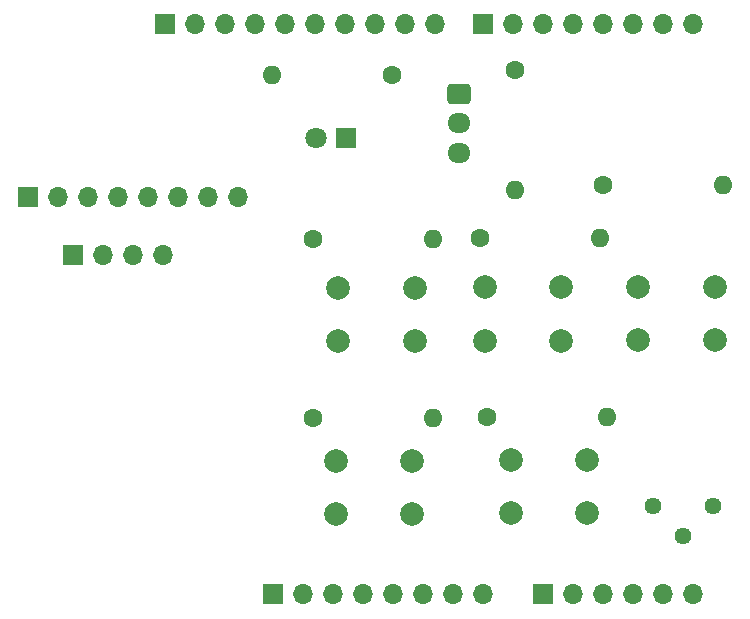
<source format=gbr>
%TF.GenerationSoftware,KiCad,Pcbnew,8.0.8*%
%TF.CreationDate,2025-02-13T00:23:47-07:00*%
%TF.ProjectId,Uno_Shield_ThermoPro,556e6f5f-5368-4696-956c-645f54686572,rev?*%
%TF.SameCoordinates,Original*%
%TF.FileFunction,Soldermask,Top*%
%TF.FilePolarity,Negative*%
%FSLAX46Y46*%
G04 Gerber Fmt 4.6, Leading zero omitted, Abs format (unit mm)*
G04 Created by KiCad (PCBNEW 8.0.8) date 2025-02-13 00:23:47*
%MOMM*%
%LPD*%
G01*
G04 APERTURE LIST*
G04 Aperture macros list*
%AMRoundRect*
0 Rectangle with rounded corners*
0 $1 Rounding radius*
0 $2 $3 $4 $5 $6 $7 $8 $9 X,Y pos of 4 corners*
0 Add a 4 corners polygon primitive as box body*
4,1,4,$2,$3,$4,$5,$6,$7,$8,$9,$2,$3,0*
0 Add four circle primitives for the rounded corners*
1,1,$1+$1,$2,$3*
1,1,$1+$1,$4,$5*
1,1,$1+$1,$6,$7*
1,1,$1+$1,$8,$9*
0 Add four rect primitives between the rounded corners*
20,1,$1+$1,$2,$3,$4,$5,0*
20,1,$1+$1,$4,$5,$6,$7,0*
20,1,$1+$1,$6,$7,$8,$9,0*
20,1,$1+$1,$8,$9,$2,$3,0*%
G04 Aperture macros list end*
%ADD10C,1.600000*%
%ADD11O,1.600000X1.600000*%
%ADD12R,1.700000X1.700000*%
%ADD13O,1.700000X1.700000*%
%ADD14C,2.000000*%
%ADD15R,1.800000X1.800000*%
%ADD16C,1.800000*%
%ADD17RoundRect,0.250000X-0.725000X0.600000X-0.725000X-0.600000X0.725000X-0.600000X0.725000X0.600000X0*%
%ADD18O,1.950000X1.700000*%
%ADD19C,1.440000*%
G04 APERTURE END LIST*
D10*
%TO.C,R7*%
X148400000Y-53070000D03*
D11*
X148400000Y-63230000D03*
%TD*%
D12*
%TO.C,J1*%
X127940000Y-97460000D03*
D13*
X130480000Y-97460000D03*
X133020000Y-97460000D03*
X135560000Y-97460000D03*
X138100000Y-97460000D03*
X140640000Y-97460000D03*
X143180000Y-97460000D03*
X145720000Y-97460000D03*
%TD*%
D12*
%TO.C,J3*%
X150800000Y-97460000D03*
D13*
X153340000Y-97460000D03*
X155880000Y-97460000D03*
X158420000Y-97460000D03*
X160960000Y-97460000D03*
X163500000Y-97460000D03*
%TD*%
D12*
%TO.C,J2*%
X118796000Y-49200000D03*
D13*
X121336000Y-49200000D03*
X123876000Y-49200000D03*
X126416000Y-49200000D03*
X128956000Y-49200000D03*
X131496000Y-49200000D03*
X134036000Y-49200000D03*
X136576000Y-49200000D03*
X139116000Y-49200000D03*
X141656000Y-49200000D03*
%TD*%
D12*
%TO.C,J4*%
X145720000Y-49200000D03*
D13*
X148260000Y-49200000D03*
X150800000Y-49200000D03*
X153340000Y-49200000D03*
X155880000Y-49200000D03*
X158420000Y-49200000D03*
X160960000Y-49200000D03*
X163500000Y-49200000D03*
%TD*%
D14*
%TO.C,SW4*%
X148050000Y-86090000D03*
X154550000Y-86090000D03*
X148050000Y-90590000D03*
X154550000Y-90590000D03*
%TD*%
D15*
%TO.C,D1*%
X134120000Y-58840000D03*
D16*
X131580000Y-58840000D03*
%TD*%
D14*
%TO.C,SW5*%
X133460000Y-71520000D03*
X139960000Y-71520000D03*
X133460000Y-76020000D03*
X139960000Y-76020000D03*
%TD*%
%TO.C,SW2*%
X145850000Y-71490000D03*
X152350000Y-71490000D03*
X145850000Y-75990000D03*
X152350000Y-75990000D03*
%TD*%
D10*
%TO.C,R4*%
X131310000Y-82530000D03*
D11*
X141470000Y-82530000D03*
%TD*%
D10*
%TO.C,R1*%
X138040000Y-53530000D03*
D11*
X127880000Y-53530000D03*
%TD*%
D14*
%TO.C,SW3*%
X133240000Y-86170000D03*
X139740000Y-86170000D03*
X133240000Y-90670000D03*
X139740000Y-90670000D03*
%TD*%
D12*
%TO.C,J6*%
X111040000Y-68775000D03*
D13*
X113580000Y-68775000D03*
X116120000Y-68775000D03*
X118660000Y-68775000D03*
%TD*%
D14*
%TO.C,SW1*%
X158830000Y-71430000D03*
X165330000Y-71430000D03*
X158830000Y-75930000D03*
X165330000Y-75930000D03*
%TD*%
D10*
%TO.C,R5*%
X146020000Y-82440000D03*
D11*
X156180000Y-82440000D03*
%TD*%
D17*
%TO.C,J7*%
X143725000Y-55090000D03*
D18*
X143725000Y-57590000D03*
X143725000Y-60090000D03*
%TD*%
D10*
%TO.C,R2*%
X155900000Y-62810000D03*
D11*
X166060000Y-62810000D03*
%TD*%
D19*
%TO.C,RV1*%
X160150000Y-90015000D03*
X162690000Y-92555000D03*
X165230000Y-90015000D03*
%TD*%
D12*
%TO.C,J5*%
X107190000Y-63860000D03*
D13*
X109730000Y-63860000D03*
X112270000Y-63860000D03*
X114810000Y-63860000D03*
X117350000Y-63860000D03*
X119890000Y-63860000D03*
X122430000Y-63860000D03*
X124970000Y-63860000D03*
%TD*%
D10*
%TO.C,R6*%
X131330000Y-67410000D03*
D11*
X141490000Y-67410000D03*
%TD*%
D10*
%TO.C,R3*%
X145450000Y-67340000D03*
D11*
X155610000Y-67340000D03*
%TD*%
M02*

</source>
